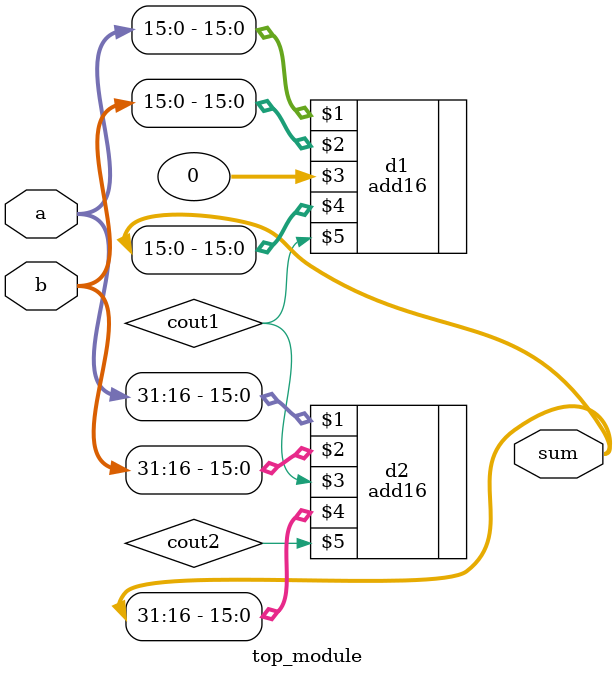
<source format=v>
module top_module(
    input [31:0] a,
    input [31:0] b,
    output [31:0] sum
);
	wire cout1,cout2;
    add16 d1(a[15:0],b[15:0],0,sum[15:0],cout1);
    add16 d2(a[31:16],b[31:16],cout1,sum[31:16],cout2);
endmodule

</source>
